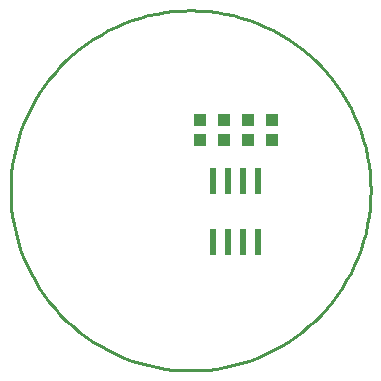
<source format=gbp>
G75*
G70*
%OFA0B0*%
%FSLAX24Y24*%
%IPPOS*%
%LPD*%
%AMOC8*
5,1,8,0,0,1.08239X$1,22.5*
%
%ADD10C,0.0100*%
%ADD11R,0.0236X0.0866*%
%ADD12R,0.0394X0.0433*%
D10*
X006151Y000151D02*
X006436Y000158D01*
X006721Y000178D01*
X007005Y000212D01*
X007287Y000259D01*
X007566Y000320D01*
X007841Y000394D01*
X008113Y000481D01*
X008381Y000581D01*
X008643Y000693D01*
X008900Y000818D01*
X009151Y000955D01*
X009395Y001103D01*
X009631Y001264D01*
X009860Y001435D01*
X010080Y001617D01*
X010291Y001809D01*
X010493Y002011D01*
X010685Y002222D01*
X010867Y002442D01*
X011038Y002671D01*
X011199Y002907D01*
X011347Y003151D01*
X011484Y003402D01*
X011609Y003659D01*
X011721Y003921D01*
X011821Y004189D01*
X011908Y004461D01*
X011982Y004736D01*
X012043Y005015D01*
X012090Y005297D01*
X012124Y005581D01*
X012144Y005866D01*
X012151Y006151D01*
X006151Y000151D02*
X005866Y000158D01*
X005581Y000178D01*
X005297Y000212D01*
X005015Y000259D01*
X004736Y000320D01*
X004461Y000394D01*
X004189Y000481D01*
X003921Y000581D01*
X003659Y000693D01*
X003402Y000818D01*
X003151Y000955D01*
X002907Y001103D01*
X002671Y001264D01*
X002442Y001435D01*
X002222Y001617D01*
X002011Y001809D01*
X001809Y002011D01*
X001617Y002222D01*
X001435Y002442D01*
X001264Y002671D01*
X001103Y002907D01*
X000955Y003151D01*
X000818Y003402D01*
X000693Y003659D01*
X000581Y003921D01*
X000481Y004189D01*
X000394Y004461D01*
X000320Y004736D01*
X000259Y005015D01*
X000212Y005297D01*
X000178Y005581D01*
X000158Y005866D01*
X000151Y006151D01*
X000158Y006436D01*
X000178Y006721D01*
X000212Y007005D01*
X000259Y007287D01*
X000320Y007566D01*
X000394Y007841D01*
X000481Y008113D01*
X000581Y008381D01*
X000693Y008643D01*
X000818Y008900D01*
X000955Y009151D01*
X001103Y009395D01*
X001264Y009631D01*
X001435Y009860D01*
X001617Y010080D01*
X001809Y010291D01*
X002011Y010493D01*
X002222Y010685D01*
X002442Y010867D01*
X002671Y011038D01*
X002907Y011199D01*
X003151Y011347D01*
X003402Y011484D01*
X003659Y011609D01*
X003921Y011721D01*
X004189Y011821D01*
X004461Y011908D01*
X004736Y011982D01*
X005015Y012043D01*
X005297Y012090D01*
X005581Y012124D01*
X005866Y012144D01*
X006151Y012151D01*
X006436Y012144D01*
X006721Y012124D01*
X007005Y012090D01*
X007287Y012043D01*
X007566Y011982D01*
X007841Y011908D01*
X008113Y011821D01*
X008381Y011721D01*
X008643Y011609D01*
X008900Y011484D01*
X009151Y011347D01*
X009395Y011199D01*
X009631Y011038D01*
X009860Y010867D01*
X010080Y010685D01*
X010291Y010493D01*
X010493Y010291D01*
X010685Y010080D01*
X010867Y009860D01*
X011038Y009631D01*
X011199Y009395D01*
X011347Y009151D01*
X011484Y008900D01*
X011609Y008643D01*
X011721Y008381D01*
X011821Y008113D01*
X011908Y007841D01*
X011982Y007566D01*
X012043Y007287D01*
X012090Y007005D01*
X012124Y006721D01*
X012144Y006436D01*
X012151Y006151D01*
D11*
X008401Y006475D03*
X007901Y006475D03*
X007401Y006475D03*
X006901Y006475D03*
X006901Y004428D03*
X007401Y004428D03*
X007901Y004428D03*
X008401Y004428D03*
D12*
X008051Y007817D03*
X008051Y008486D03*
X008851Y008486D03*
X008851Y007817D03*
X007251Y007817D03*
X007251Y008486D03*
X006451Y008486D03*
X006451Y007817D03*
M02*

</source>
